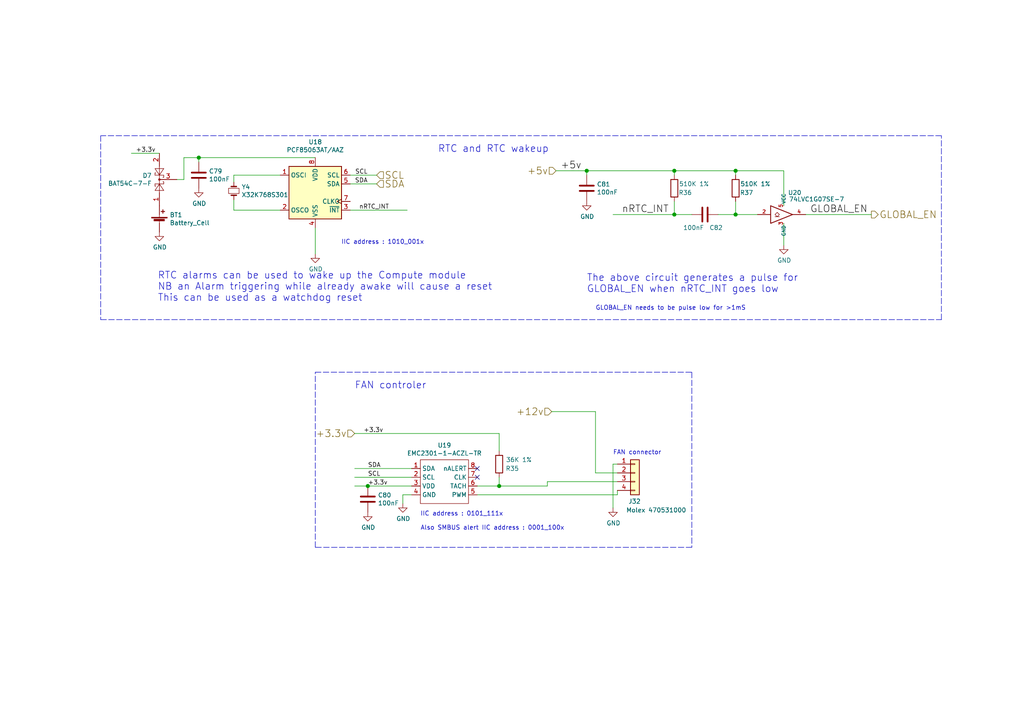
<source format=kicad_sch>
(kicad_sch (version 20210621) (generator eeschema)
  (paper "A4")
  (title_block (title "Compute Module 4 IO Board - RTC - FAN") (rev "1") (company "(c) Raspberry Pi Trading 2020") (comment 1 "www.raspberrypi.org"))
  (lib_symbols
    (symbol "CM4IO:74LVC1G07_copy"
      (property "Reference" "U" (at -2.54 3.81 0))
      (property "Value" "74LVC1G07_copy" (at 0 -3.81 0))
      (symbol "74LVC1G07_copy_0_1"
        (polyline (pts (xy -2.54 -0.635) (xy -1.27 -0.635)))
        (polyline (pts (xy -3.81 2.54) (xy -3.81 -2.54) (xy 2.54 0) (xy -3.81 2.54)) (stroke (width 0.254)))
        (polyline (pts (xy -1.905 0.635) (xy -2.54 0) (xy -1.905 -0.635) (xy -1.27 0) (xy -1.905 0.635)))
      )
      (symbol "74LVC1G07_copy_1_1"
        (pin input line (at -7.62 0 0) (length 3.81) (name "~") (number "2"))
        (pin power_in line (at 0 -2.54 270) (length 0) (name "GND") (number "3"))
        (pin open_collector line (at 6.35 0 180) (length 3.81) (name "~") (number "4"))
        (pin power_in line (at 0 2.54 90) (length 0) (name "VCC") (number "5"))
      )
    )
    (symbol "CM4IO:EMC2301"
      (property "Reference" "U" (at -7.62 13.97 0))
      (property "Value" "EMC2301" (at -1.27 -1.27 0))
      (symbol "EMC2301_0_0"
        (pin open_collector line (at -11.43 10.16 0) (length 2.54) (name "SDA") (number "1"))
        (pin open_collector line (at -11.43 7.62 0) (length 2.54) (name "SCL") (number "2"))
        (pin power_in line (at -11.43 5.08 0) (length 2.54) (name "VDD") (number "3"))
        (pin power_in line (at -11.43 2.54 0) (length 2.54) (name "GND") (number "4"))
        (pin output line (at 7.62 2.54 180) (length 2.54) (name "PWM") (number "5"))
        (pin input line (at 7.62 5.08 180) (length 2.54) (name "TACH") (number "6"))
        (pin input line (at 7.62 7.62 180) (length 2.54) (name "CLK") (number "7"))
        (pin open_collector line (at 7.62 10.16 180) (length 2.54) (name "nALERT") (number "8"))
      )
      (symbol "EMC2301_0_1"
        (rectangle (start -8.89 12.7) (end 5.08 0))
      )
    )
    (symbol "Connector_Generic:Conn_01x04" (pin_names hide)
      (property "Reference" "J" (at 0 5.08 0))
      (property "Value" "Conn_01x04" (at 0 -7.62 0))
      (symbol "Conn_01x04_1_1"
        (rectangle (start -1.27 -4.953) (end 0 -5.207))
        (rectangle (start -1.27 -2.413) (end 0 -2.667))
        (rectangle (start -1.27 0.127) (end 0 -0.127))
        (rectangle (start -1.27 2.667) (end 0 2.413))
        (rectangle (start -1.27 3.81) (end 1.27 -6.35) (stroke (width 0.254)) (fill (type background)))
        (pin passive line (at -5.08 2.54 0) (length 3.81) (name "Pin_1") (number "1"))
        (pin passive line (at -5.08 0 0) (length 3.81) (name "Pin_2") (number "2"))
        (pin passive line (at -5.08 -2.54 0) (length 3.81) (name "Pin_3") (number "3"))
        (pin passive line (at -5.08 -5.08 0) (length 3.81) (name "Pin_4") (number "4"))
      )
    )
    (symbol "Device:Battery_Cell" (pin_numbers hide) (pin_names (offset 0) hide)
      (property "Reference" "BT" (at 2.54 2.54 0))
      (property "Value" "Battery_Cell" (at 2.54 0 0))
      (symbol "Battery_Cell_0_1"
        (rectangle (start -2.286 1.778) (end 2.286 1.524) (fill (type outline)))
        (rectangle (start -1.5748 1.1938) (end 1.4732 0.6858) (fill (type outline)))
        (polyline (pts (xy 0 0.762) (xy 0 0)))
        (polyline (pts (xy 0 1.778) (xy 0 2.54)))
        (polyline (pts (xy 0.508 3.429) (xy 1.524 3.429)) (stroke (width 0.254)))
        (polyline (pts (xy 1.016 3.937) (xy 1.016 2.921)) (stroke (width 0.254)))
      )
      (symbol "Battery_Cell_1_1"
        (pin passive line (at 0 5.08 270) (length 2.54) (name "+") (number "1"))
        (pin passive line (at 0 -2.54 90) (length 2.54) (name "-") (number "2"))
      )
    )
    (symbol "Device:C" (pin_numbers hide) (pin_names (offset 0.254))
      (property "Reference" "C" (at 0.635 2.54 0))
      (property "Value" "C" (at 0.635 -2.54 0))
      (symbol "C_0_1"
        (polyline (pts (xy -2.032 -0.762) (xy 2.032 -0.762)) (stroke (width 0.508)))
        (polyline (pts (xy -2.032 0.762) (xy 2.032 0.762)) (stroke (width 0.508)))
      )
      (symbol "C_1_1"
        (pin passive line (at 0 3.81 270) (length 2.794) (name "~") (number "1"))
        (pin passive line (at 0 -3.81 90) (length 2.794) (name "~") (number "2"))
      )
    )
    (symbol "Device:Crystal_Small" (pin_numbers hide) (pin_names hide)
      (property "Reference" "Y" (at 0 2.54 0))
      (property "Value" "Crystal_Small" (at 0 -2.54 0))
      (symbol "Crystal_Small_0_1"
        (rectangle (start -0.762 -1.524) (end 0.762 1.524))
        (polyline (pts (xy -1.27 -0.762) (xy -1.27 0.762)) (stroke (width 0.381)))
        (polyline (pts (xy 1.27 -0.762) (xy 1.27 0.762)) (stroke (width 0.381)))
      )
      (symbol "Crystal_Small_1_1"
        (pin passive line (at -2.54 0 0) (length 1.27) (name "1") (number "1"))
        (pin passive line (at 2.54 0 180) (length 1.27) (name "2") (number "2"))
      )
    )
    (symbol "Device:R" (pin_numbers hide) (pin_names (offset 0))
      (property "Reference" "R" (at 2.032 0 90))
      (property "Value" "R" (at 0 0 90))
      (symbol "R_0_1"
        (rectangle (start -1.016 -2.54) (end 1.016 2.54) (stroke (width 0.254)))
      )
      (symbol "R_1_1"
        (pin passive line (at 0 3.81 270) (length 1.27) (name "~") (number "1"))
        (pin passive line (at 0 -3.81 90) (length 1.27) (name "~") (number "2"))
      )
    )
    (symbol "Diode:BAT54C"
      (property "Reference" "D" (at 0.635 -3.81 0))
      (property "Value" "BAT54C" (at -6.35 3.175 0))
      (symbol "BAT54C_0_1"
        (polyline (pts (xy -1.905 0) (xy 1.905 0)))
        (polyline (pts (xy -1.905 1.27) (xy -1.905 1.016)))
        (polyline (pts (xy -1.27 -1.27) (xy -0.635 -1.27)))
        (polyline (pts (xy -1.27 0) (xy -3.81 0)))
        (polyline (pts (xy -1.27 1.27) (xy -1.905 1.27)))
        (polyline (pts (xy -1.27 1.27) (xy -1.27 -1.27)))
        (polyline (pts (xy -0.635 -1.27) (xy -0.635 -1.016)))
        (polyline (pts (xy 0.635 -1.27) (xy 0.635 -1.016)))
        (polyline (pts (xy 1.27 -1.27) (xy 0.635 -1.27)))
        (polyline (pts (xy 1.27 1.27) (xy 1.27 -1.27)))
        (polyline (pts (xy 1.27 1.27) (xy 1.905 1.27)))
        (polyline (pts (xy 1.905 1.27) (xy 1.905 1.016)))
        (polyline (pts (xy 3.81 0) (xy 1.27 0)))
        (polyline (pts (xy -3.175 -1.27) (xy -3.175 1.27) (xy -1.27 0) (xy -3.175 -1.27)))
        (polyline (pts (xy 3.175 -1.27) (xy 3.175 1.27) (xy 1.27 0) (xy 3.175 -1.27)))
        (circle (center 0 0) (radius 0.254) (fill (type outline)))
      )
      (symbol "BAT54C_1_1"
        (pin passive line (at -7.62 0 0) (length 3.81) (name "~") (number "1"))
        (pin passive line (at 7.62 0 180) (length 3.81) (name "~") (number "2"))
        (pin passive line (at 0 -5.08 90) (length 5.08) (name "~") (number "3"))
      )
    )
    (symbol "Timer_RTC:PCF8563T"
      (property "Reference" "U" (at -7.62 8.89 0))
      (property "Value" "PCF8563T" (at 2.54 8.89 0))
      (symbol "PCF8563T_0_1"
        (rectangle (start -7.62 7.62) (end 7.62 -7.62) (stroke (width 0.254)) (fill (type background)))
      )
      (symbol "PCF8563T_1_1"
        (pin input line (at -10.16 5.08 0) (length 2.54) (name "OSCI") (number "1"))
        (pin output line (at -10.16 -5.08 0) (length 2.54) (name "OSCO") (number "2"))
        (pin output line (at 10.16 -5.08 180) (length 2.54) (name "~{INT}") (number "3"))
        (pin power_in line (at 0 -10.16 90) (length 2.54) (name "VSS") (number "4"))
        (pin bidirectional line (at 10.16 2.54 180) (length 2.54) (name "SDA") (number "5"))
        (pin input line (at 10.16 5.08 180) (length 2.54) (name "SCL") (number "6"))
        (pin output clock (at 10.16 -2.54 180) (length 2.54) (name "CLKO") (number "7"))
        (pin power_in line (at 0 10.16 270) (length 2.54) (name "VDD") (number "8"))
      )
    )
    (symbol "power:GND" (power) (pin_names (offset 0))
      (property "Value" "GND" (at 0 -3.81 0))
      (symbol "GND_0_1"
        (polyline (pts (xy 0 0) (xy 0 -1.27) (xy 1.27 -1.27) (xy 0 -2.54) (xy -1.27 -1.27) (xy 0 -1.27)))
      )
      (symbol "GND_1_1"
        (pin power_in line (at 0 0 270) (length 0) hide (name "GND") (number "1"))
      )
    )
  )
  (junction (at 57.658 45.72) (diameter 1.016))
  (junction (at 195.58 49.53) (diameter 1.016))
  (junction (at 213.36 49.53) (diameter 1.016))
  (junction (at 170.18 49.53) (diameter 1.016))
  (junction (at 195.58 62.23) (diameter 1.016))
  (junction (at 106.68 140.97) (diameter 1.016))
  (junction (at 144.78 140.97) (diameter 1.016))
  (junction (at 213.36 62.23) (diameter 1.016))
  (no_connect (at 138.43 135.89))
  (no_connect (at 138.43 138.43))
  (polyline (pts (xy 29.21 92.71) (xy 273.05 92.71)) (stroke (width 0) (type dash)))
  (wire (pts (xy 119.38 138.43) (xy 102.87 138.43)))
  (wire (pts (xy 38.1 44.45) (xy 46.228 44.45)))
  (wire (pts (xy 227.33 49.53) (xy 227.33 59.69)))
  (wire (pts (xy 195.58 62.23) (xy 195.58 58.42)))
  (wire (pts (xy 144.78 140.97) (xy 144.78 138.43)))
  (wire (pts (xy 119.38 135.89) (xy 102.87 135.89)))
  (wire (pts (xy 138.43 143.51) (xy 179.07 143.51)))
  (wire (pts (xy 170.18 49.53) (xy 195.58 49.53)))
  (polyline (pts (xy 200.66 107.95) (xy 200.66 158.75)) (stroke (width 0) (type dash)))
  (wire (pts (xy 177.8 134.62) (xy 177.8 147.32)))
  (wire (pts (xy 57.658 45.72) (xy 57.658 47.0154)))
  (wire (pts (xy 233.68 62.23) (xy 252.73 62.23)))
  (wire (pts (xy 179.07 143.51) (xy 179.07 142.24)))
  (wire (pts (xy 170.18 50.8) (xy 170.18 49.53)))
  (wire (pts (xy 81.28 60.96) (xy 67.818 60.96)))
  (wire (pts (xy 195.58 49.53) (xy 213.36 49.53)))
  (wire (pts (xy 213.36 62.23) (xy 213.36 58.42)))
  (polyline (pts (xy 29.21 39.37) (xy 29.21 92.71)) (stroke (width 0) (type dash)))
  (wire (pts (xy 119.38 140.97) (xy 106.68 140.97)))
  (wire (pts (xy 144.78 125.73) (xy 144.78 130.81)))
  (wire (pts (xy 57.658 45.72) (xy 91.44 45.72)))
  (wire (pts (xy 144.78 140.97) (xy 158.75 140.97)))
  (wire (pts (xy 138.43 140.97) (xy 144.78 140.97)))
  (wire (pts (xy 67.818 50.8) (xy 67.818 52.832)))
  (wire (pts (xy 195.58 62.23) (xy 200.66 62.23)))
  (wire (pts (xy 102.87 125.73) (xy 144.78 125.73)))
  (wire (pts (xy 179.07 137.16) (xy 172.72 137.16)))
  (polyline (pts (xy 200.66 158.75) (xy 91.44 158.75)) (stroke (width 0) (type dash)))
  (wire (pts (xy 109.22 50.8) (xy 101.6 50.8)))
  (wire (pts (xy 106.68 140.97) (xy 102.87 140.97)))
  (wire (pts (xy 177.8 62.23) (xy 195.58 62.23)))
  (wire (pts (xy 161.29 49.53) (xy 170.18 49.53)))
  (wire (pts (xy 208.28 62.23) (xy 213.36 62.23)))
  (wire (pts (xy 109.22 53.34) (xy 101.6 53.34)))
  (wire (pts (xy 101.6 60.96) (xy 118.11 60.96)))
  (polyline (pts (xy 273.05 92.71) (xy 273.05 39.37)) (stroke (width 0) (type dash)))
  (wire (pts (xy 213.36 62.23) (xy 219.71 62.23)))
  (wire (pts (xy 179.07 134.62) (xy 177.8 134.62)))
  (wire (pts (xy 213.36 49.53) (xy 213.36 50.8)))
  (polyline (pts (xy 273.05 39.37) (xy 29.21 39.37)) (stroke (width 0) (type dash)))
  (wire (pts (xy 67.818 50.8) (xy 81.28 50.8)))
  (wire (pts (xy 227.33 64.77) (xy 227.33 71.12)))
  (wire (pts (xy 67.818 60.96) (xy 67.818 57.912)))
  (polyline (pts (xy 91.44 158.75) (xy 91.44 107.95)) (stroke (width 0) (type dash)))
  (wire (pts (xy 116.84 143.51) (xy 116.84 146.05)))
  (wire (pts (xy 119.38 143.51) (xy 116.84 143.51)))
  (wire (pts (xy 172.72 119.38) (xy 172.72 137.16)))
  (wire (pts (xy 91.44 66.04) (xy 91.44 73.66)))
  (polyline (pts (xy 91.44 107.95) (xy 200.66 107.95)) (stroke (width 0) (type dash)))
  (wire (pts (xy 172.72 119.38) (xy 160.02 119.38)))
  (wire (pts (xy 179.07 139.7) (xy 158.75 139.7)))
  (wire (pts (xy 51.308 52.07) (xy 53.34 52.07)))
  (wire (pts (xy 195.58 49.53) (xy 195.58 50.8)))
  (wire (pts (xy 213.36 49.53) (xy 227.33 49.53)))
  (wire (pts (xy 158.75 139.7) (xy 158.75 140.97)))
  (wire (pts (xy 53.34 45.72) (xy 57.658 45.72)))
  (wire (pts (xy 53.34 52.07) (xy 53.34 45.72)))
  (text "FAN controler" (at 102.87 113.03 0) (effects (font (size 2.0066 2.0066)) (justify left bottom)))
  (text "IIC address : 0101_111x" (at 121.92 149.86 0) (effects (font (size 1.27 1.27)) (justify left bottom)))
  (text "RTC and RTC wakeup" (at 127 44.45 0) (effects (font (size 2.0066 2.0066)) (justify left bottom)))
  (text "RTC alarms can be used to wake up the Compute module\nNB an Alarm triggering while already awake will cause a reset \nThis can be used as a watchdog reset " (at 45.72 87.63 0) (effects (font (size 2.0066 2.0066)) (justify left bottom)))
  (text "Also SMBUS alert IIC address : 0001_100x" (at 121.9454 153.9494 0) (effects (font (size 1.27 1.27)) (justify left bottom)))
  (text "FAN connector\n" (at 177.8 132.08 0) (effects (font (size 1.27 1.27)) (justify left bottom)))
  (text "GLOBAL_EN needs to be pulse low for >1mS" (at 172.72 90.17 0) (effects (font (size 1.27 1.27)) (justify left bottom)))
  (text "The above circuit generates a pulse for\nGLOBAL_EN when nRTC_INT goes low" (at 170.18 85.09 0) (effects (font (size 2.0066 2.0066)) (justify left bottom)))
  (text "IIC address : 1010_001x" (at 98.9838 71.0438 0) (effects (font (size 1.27 1.27)) (justify left bottom)))
  (label "SDA" (at 106.68 53.34 180))
  (label "GLOBAL_EN" (at 234.95 62.23 0) (effects (font (size 2.0066 2.0066))))
  (label "+3.3v" (at 105.41 125.73 0))
  (label "nRTC_INT" (at 180.34 62.23 0) (effects (font (size 2.0066 2.0066))))
  (label "+3.3v" (at 39.37 44.45 0))
  (label "SCL" (at 106.68 50.8 180))
  (label "+3.3v" (at 106.68 140.97 0))
  (label "SCL" (at 106.68 138.43 0))
  (label "+5v" (at 162.56 49.53 0) (effects (font (size 2.0066 2.0066))))
  (label "nRTC_INT" (at 104.14 60.96 0))
  (label "SDA" (at 106.68 135.89 0))
  (hierarchical_label "+12v" (shape input) (at 160.02 119.38 180) (effects (font (size 2.0066 2.0066))))
  (hierarchical_label "+5v" (shape input) (at 161.29 49.53 180) (effects (font (size 2.0066 2.0066))))
  (hierarchical_label "+3.3v" (shape input) (at 102.87 125.73 180) (effects (font (size 2.0066 2.0066))))
  (hierarchical_label "GLOBAL_EN" (shape output) (at 252.73 62.23 0) (effects (font (size 2.0066 2.0066))))
  (hierarchical_label "SCL" (shape input) (at 109.22 50.8 0) (effects (font (size 2.0066 2.0066))))
  (hierarchical_label "SDA" (shape input) (at 109.22 53.34 0) (effects (font (size 2.0066 2.0066))))
  (symbol (lib_id "CM4IO:EMC2301") (at 130.81 146.05 0) (unit 1)
    (property "Reference" "U19" (at 128.905 129.159 0))
    (property "Value" "EMC2301-1-ACZL-TR" (at 128.905 131.4704 0))
    (property "Footprint" "Package_SO:SOIC-8_5.23x5.23mm_P1.27mm" (effects hide))
    (property "Datasheet" "https://ww1.microchip.com/downloads/en/DeviceDoc/2301.pdf" (effects hide))
    (property "Field4" "Digikey" (effects hide))
    (property "Field5" "EMC2301-1-ACZL-CT-ND" (effects hide))
    (property "Field6" "EMC2301-1-ACZL-TR" (effects hide))
    (property "Field7" "Microchip" (effects hide))
    (property "Part Description" "Motor Driver PWM 8-MSOP" (effects hide))
  )
  (symbol (lib_id "Device:C") (at 106.68 144.78 0) (unit 1)
    (property "Reference" "C80" (at 109.601 143.6116 0) (effects (justify left)))
    (property "Value" "100nF" (at 109.601 145.923 0) (effects (justify left)))
    (property "Footprint" "Capacitor_SMD:C_0402_1005Metric" (effects hide))
    (property "Datasheet" "https://search.murata.co.jp/Ceramy/image/img/A01X/G101/ENG/GRM155R71C104KA88-01.pdf" (effects hide))
    (property "Field4" "Farnell" (effects hide))
    (property "Field5" "2611911" (effects hide))
    (property "Field6" "RM EMK105 B7104KV-F" (effects hide))
    (property "Field7" "TAIYO YUDEN EUROPE GMBH" (effects hide))
    (property "Part Description" "	0.1uF 10% 16V Ceramic Capacitor X7R 0402 (1005 Metric)" (effects hide))
    (property "Field8" "110091611" (effects hide))
  )
  (symbol (lib_id "power:GND") (at 106.68 148.59 0) (unit 1)
    (property "Reference" "#PWR0108" (effects hide))
    (property "Value" "GND" (at 106.807 152.9842 0))
  )
  (symbol (lib_id "Connector_Generic:Conn_01x04") (at 184.15 137.16 0) (unit 1)
    (property "Reference" "J32" (at 182.245 145.415 0) (effects (justify left)))
    (property "Value" "Molex 470531000" (at 181.61 147.955 0) (effects (justify left)))
    (property "Footprint" "Connector:FanPinHeader_1x04_P2.54mm_Vertical" (effects hide))
    (property "Datasheet" "https://www.molex.com/pdm_docs/sd/470531000_sd.pdf" (effects hide))
    (property "Field4" "Farnell" (effects hide))
    (property "Field5" "	2313705" (effects hide))
    (property "Field6" "470531000" (effects hide))
    (property "Field7" "Molex" (effects hide))
    (property "Part Description" "	Connector Header Through Hole 4 position 0.100\" (2.54mm)" (effects hide))
  )
  (symbol (lib_id "Device:R") (at 144.78 134.62 180) (unit 1)
    (property "Reference" "R35" (at 148.59 135.89 0))
    (property "Value" "36K 1%" (at 150.495 133.35 0))
    (property "Footprint" "Resistor_SMD:R_0402_1005Metric" (effects hide))
    (property "Datasheet" "https://fscdn.rohm.com/en/products/databook/datasheet/passive/resistor/chip_resistor/mcr-e.pdf" (effects hide))
    (property "Field4" "Farnell" (effects hide))
    (property "Field5" "1458788" (effects hide))
    (property "Field7" "Rohm" (effects hide))
    (property "Field6" "MCR01MZPF3602" (effects hide))
    (property "Part Description" "Resistor 36K M1005 1% 63mW" (effects hide))
  )
  (symbol (lib_id "power:GND") (at 177.8 147.32 0) (unit 1)
    (property "Reference" "#PWR0111" (effects hide))
    (property "Value" "GND" (at 177.927 151.7142 0))
  )
  (symbol (lib_id "power:GND") (at 91.44 73.66 0) (unit 1)
    (property "Reference" "#PWR0107" (effects hide))
    (property "Value" "GND" (at 91.567 78.0542 0))
  )
  (symbol (lib_id "Device:Battery_Cell") (at 46.228 64.77 0) (unit 1)
    (property "Reference" "BT1" (at 49.2252 62.3316 0) (effects (justify left)))
    (property "Value" "Battery_Cell" (at 49.2252 64.643 0) (effects (justify left)))
    (property "Footprint" "Battery:BatteryHolder_Keystone_2998_1x6.8mm" (effects hide))
    (property "Datasheet" "https://www.keyelco.com/userAssets/file/M65p9.pdf" (effects hide))
    (property "Field4" "Digikey" (effects hide))
    (property "Field5" "36-3034-ND" (effects hide))
    (property "Field6" "3034" (effects hide))
    (property "Field7" "Keystone" (effects hide))
    (property "Part Description" "	Battery Retainer Coin, 20.0mm 1 Cell SMD (SMT) Tab" (effects hide))
  )
  (symbol (lib_id "power:GND") (at 46.228 67.31 0) (unit 1)
    (property "Reference" "#PWR0105" (effects hide))
    (property "Value" "GND" (at 46.355 71.7042 0))
  )
  (symbol (lib_id "CM4IO:74LVC1G07_copy") (at 227.33 62.23 0) (unit 1)
    (property "Reference" "U20" (at 230.505 55.88 0))
    (property "Value" "74LVC1G07SE-7" (at 236.855 57.785 0))
    (property "Footprint" "Package_TO_SOT_SMD:SOT-353_SC-70-5" (effects hide))
    (property "Datasheet" "https://www.diodes.com/assets/Datasheets/74LVC1G07.pdf" (effects hide))
    (property "Field4" "Farnell" (effects hide))
    (property "Field5" "2425492" (effects hide))
    (property "Field6" "74LVC1G07SE-7" (effects hide))
    (property "Field7" "Diodes" (effects hide))
    (property "Part Description" "Buffer, Non-Inverting 1 Element 1 Bit per Element Open Drain Output SOT-353" (effects hide))
  )
  (symbol (lib_id "Device:R") (at 195.58 54.61 180) (unit 1)
    (property "Reference" "R36" (at 198.755 55.88 0))
    (property "Value" "510K 1%" (at 201.295 53.34 0))
    (property "Footprint" "Resistor_SMD:R_0402_1005Metric" (effects hide))
    (property "Datasheet" "https://fscdn.rohm.com/en/products/databook/datasheet/passive/resistor/chip_resistor/mcr-e.pdf" (effects hide))
    (property "Field4" "Farnell" (effects hide))
    (property "Field5" "1458807" (effects hide))
    (property "Field7" "Rohm" (effects hide))
    (property "Field6" "MCR01MZPF5103" (effects hide))
    (property "Part Description" "Resistor 510K M1005 1% 63mW" (effects hide))
  )
  (symbol (lib_id "Device:R") (at 213.36 54.61 180) (unit 1)
    (property "Reference" "R37" (at 216.535 55.88 0))
    (property "Value" "510K 1%" (at 219.075 53.34 0))
    (property "Footprint" "Resistor_SMD:R_0402_1005Metric" (effects hide))
    (property "Datasheet" "https://fscdn.rohm.com/en/products/databook/datasheet/passive/resistor/chip_resistor/mcr-e.pdf" (effects hide))
    (property "Field4" "Farnell" (effects hide))
    (property "Field5" "1458807" (effects hide))
    (property "Field7" "Rohm" (effects hide))
    (property "Field6" "MCR01MZPF5103" (effects hide))
    (property "Part Description" "Resistor 510K M1005 1% 63mW" (effects hide))
  )
  (symbol (lib_id "power:GND") (at 116.84 146.05 0) (unit 1)
    (property "Reference" "#PWR0109" (effects hide))
    (property "Value" "GND" (at 116.967 150.4442 0))
  )
  (symbol (lib_id "Device:C") (at 170.18 54.61 0) (unit 1)
    (property "Reference" "C81" (at 173.101 53.4416 0) (effects (justify left)))
    (property "Value" "100nF" (at 173.101 55.753 0) (effects (justify left)))
    (property "Footprint" "Capacitor_SMD:C_0402_1005Metric" (effects hide))
    (property "Datasheet" "https://search.murata.co.jp/Ceramy/image/img/A01X/G101/ENG/GRM155R71C104KA88-01.pdf" (effects hide))
    (property "Field4" "Farnell" (effects hide))
    (property "Field5" "2611911" (effects hide))
    (property "Field6" "RM EMK105 B7104KV-F" (effects hide))
    (property "Field7" "TAIYO YUDEN EUROPE GMBH" (effects hide))
    (property "Part Description" "	0.1uF 10% 16V Ceramic Capacitor X7R 0402 (1005 Metric)" (effects hide))
    (property "Field8" "110091611" (effects hide))
  )
  (symbol (lib_id "Device:C") (at 204.47 62.23 270) (unit 1)
    (property "Reference" "C82" (at 205.74 66.04 90) (effects (justify left)))
    (property "Value" "100nF" (at 198.12 66.04 90) (effects (justify left)))
    (property "Footprint" "Capacitor_SMD:C_0402_1005Metric" (effects hide))
    (property "Datasheet" "https://search.murata.co.jp/Ceramy/image/img/A01X/G101/ENG/GRM155R71C104KA88-01.pdf" (effects hide))
    (property "Field4" "Farnell" (effects hide))
    (property "Field5" "2611911" (effects hide))
    (property "Field6" "RM EMK105 B7104KV-F" (effects hide))
    (property "Field7" "TAIYO YUDEN EUROPE GMBH" (effects hide))
    (property "Part Description" "	0.1uF 10% 16V Ceramic Capacitor X7R 0402 (1005 Metric)" (effects hide))
    (property "Field8" "110091611" (effects hide))
  )
  (symbol (lib_id "power:GND") (at 227.33 71.12 0) (unit 1)
    (property "Reference" "#PWR0112" (effects hide))
    (property "Value" "GND" (at 227.457 75.5142 0))
  )
  (symbol (lib_id "power:GND") (at 170.18 58.42 0) (unit 1)
    (property "Reference" "#PWR0110" (effects hide))
    (property "Value" "GND" (at 170.307 62.8142 0))
  )
  (symbol (lib_id "Timer_RTC:PCF8563T") (at 91.44 55.88 0) (unit 1)
    (property "Reference" "U18" (at 91.44 41.1734 0))
    (property "Value" "PCF85063AT/AAZ" (at 91.44 43.4848 0))
    (property "Footprint" "Package_SO:SOIC-8_3.9x4.9mm_P1.27mm" (effects hide))
    (property "Datasheet" "https://www.nxp.com/docs/en/data-sheet/PCF85063A.pdf" (effects hide))
    (property "Field4" "Farnell" (effects hide))
    (property "Field5" "2890042" (effects hide))
    (property "Field7" "NXP" (effects hide))
    (property "Field6" "PCF85063AT/AAZ" (effects hide))
    (property "Part Description" "Real Time Clock (RTC) IC Clock/Calendar I²C, 2-Wire Serial 8-SOIC (0.154\", 3.90mm Width)" (effects hide))
  )
  (symbol (lib_id "Device:Crystal_Small") (at 67.818 55.372 90) (unit 1)
    (property "Reference" "Y4" (at 70.0532 54.229 90) (effects (justify right)))
    (property "Value" "X32K768S301" (at 70.0532 56.515 90) (effects (justify right)))
    (property "Footprint" "Crystal:Crystal_SMD_3215-2Pin_3.2x1.5mm" (effects hide))
    (property "Field6" "X32K768S301" (effects hide))
    (property "Field7" "AEL" (effects hide))
    (property "Part Description" "Crystal 32.768KHz 7pF 20pmm" (effects hide))
  )
  (symbol (lib_id "Diode:BAT54C") (at 46.228 52.07 90) (unit 1)
    (property "Reference" "D7" (at 44.0182 50.927 90) (effects (justify left)))
    (property "Value" "BAT54C-7-F" (at 44.0182 53.213 90) (effects (justify left)))
    (property "Footprint" "Package_TO_SOT_SMD:SOT-23" (effects hide))
    (property "Datasheet" "http://www.farnell.com/datasheets/2861240.pdf?_ga=2.129831176.54358802.1587372871-1787849031.1568210898&_gac=1.175311126.1587399424.EAIaIQobChMInOvF07P36AIVw7HtCh0NWwCeEAAYAyAAEgI0YfD_BwE" (effects hide))
    (property "Field4" "Farnell" (effects hide))
    (property "Field5" "2306010" (effects hide))
    (property "Field6" "BAT54C-7-F" (effects hide))
    (property "Field7" "Rohm" (effects hide))
    (property "Part Description" "Diode Array 1 Pair Common Cathode Schottky 30V 200mA (DC) Surface Mount TO-236-3, SC-59, SOT-23-3" (effects hide))
  )
  (symbol (lib_id "power:GND") (at 57.658 54.6354 0) (unit 1)
    (property "Reference" "#PWR0106" (effects hide))
    (property "Value" "GND" (at 57.785 59.0296 0))
  )
  (symbol (lib_id "Device:C") (at 57.658 50.8254 0) (unit 1)
    (property "Reference" "C79" (at 60.579 49.657 0) (effects (justify left)))
    (property "Value" "100nF" (at 60.579 51.9684 0) (effects (justify left)))
    (property "Footprint" "Capacitor_SMD:C_0402_1005Metric" (effects hide))
    (property "Datasheet" "https://search.murata.co.jp/Ceramy/image/img/A01X/G101/ENG/GRM155R71C104KA88-01.pdf" (effects hide))
    (property "Field4" "Farnell" (effects hide))
    (property "Field5" "2611911" (effects hide))
    (property "Field6" "RM EMK105 B7104KV-F" (effects hide))
    (property "Field7" "TAIYO YUDEN EUROPE GMBH" (effects hide))
    (property "Part Description" "	0.1uF 10% 16V Ceramic Capacitor X7R 0402 (1005 Metric)" (effects hide))
    (property "Field8" "110091611" (effects hide))
  )
)
</source>
